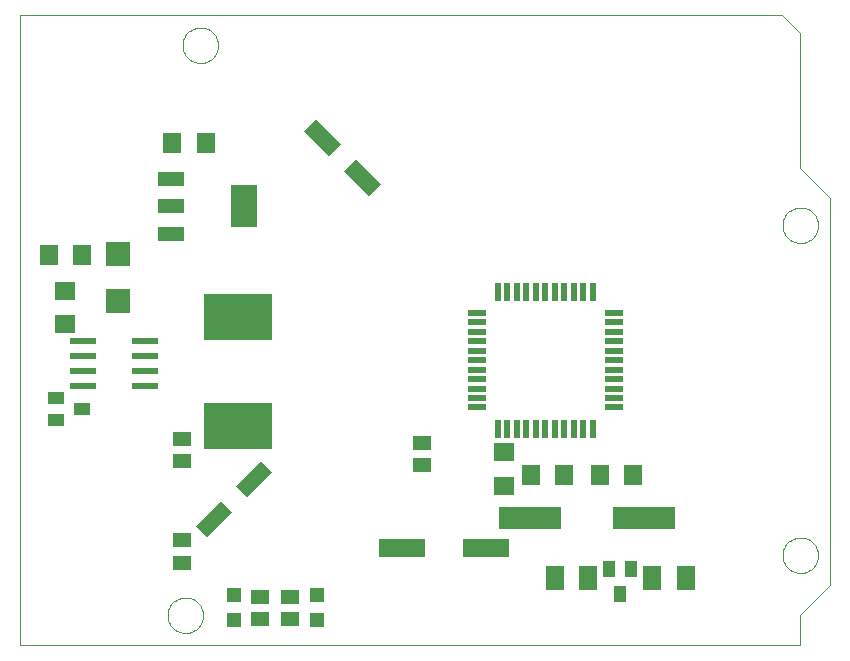
<source format=gtp>
G75*
G70*
%OFA0B0*%
%FSLAX24Y24*%
%IPPOS*%
%LPD*%
%AMOC8*
5,1,8,0,0,1.08239X$1,22.5*
%
%ADD10C,0.0000*%
%ADD11R,0.2100X0.0760*%
%ADD12R,0.0197X0.0591*%
%ADD13R,0.0591X0.0197*%
%ADD14R,0.0630X0.0709*%
%ADD15R,0.0709X0.0630*%
%ADD16R,0.0630X0.0787*%
%ADD17R,0.0472X0.0472*%
%ADD18R,0.0630X0.0512*%
%ADD19R,0.0870X0.0240*%
%ADD20R,0.0787X0.0787*%
%ADD21R,0.1181X0.0551*%
%ADD22R,0.2299X0.1551*%
%ADD23R,0.0880X0.0480*%
%ADD24R,0.0866X0.1417*%
%ADD25R,0.0551X0.0394*%
%ADD26R,0.0394X0.0551*%
%ADD27R,0.1575X0.0630*%
D10*
X000500Y000500D02*
X000500Y021500D01*
X025900Y021500D01*
X026500Y020900D01*
X026500Y016400D01*
X027500Y015400D01*
X027500Y002500D01*
X026500Y001500D01*
X026500Y000500D01*
X000500Y000500D01*
X005409Y001500D02*
X005411Y001548D01*
X005417Y001596D01*
X005427Y001643D01*
X005440Y001689D01*
X005458Y001734D01*
X005478Y001778D01*
X005503Y001820D01*
X005531Y001859D01*
X005561Y001896D01*
X005595Y001930D01*
X005632Y001962D01*
X005670Y001991D01*
X005711Y002016D01*
X005754Y002038D01*
X005799Y002056D01*
X005845Y002070D01*
X005892Y002081D01*
X005940Y002088D01*
X005988Y002091D01*
X006036Y002090D01*
X006084Y002085D01*
X006132Y002076D01*
X006178Y002064D01*
X006223Y002047D01*
X006267Y002027D01*
X006309Y002004D01*
X006349Y001977D01*
X006387Y001947D01*
X006422Y001914D01*
X006454Y001878D01*
X006484Y001840D01*
X006510Y001799D01*
X006532Y001756D01*
X006552Y001712D01*
X006567Y001667D01*
X006579Y001620D01*
X006587Y001572D01*
X006591Y001524D01*
X006591Y001476D01*
X006587Y001428D01*
X006579Y001380D01*
X006567Y001333D01*
X006552Y001288D01*
X006532Y001244D01*
X006510Y001201D01*
X006484Y001160D01*
X006454Y001122D01*
X006422Y001086D01*
X006387Y001053D01*
X006349Y001023D01*
X006309Y000996D01*
X006267Y000973D01*
X006223Y000953D01*
X006178Y000936D01*
X006132Y000924D01*
X006084Y000915D01*
X006036Y000910D01*
X005988Y000909D01*
X005940Y000912D01*
X005892Y000919D01*
X005845Y000930D01*
X005799Y000944D01*
X005754Y000962D01*
X005711Y000984D01*
X005670Y001009D01*
X005632Y001038D01*
X005595Y001070D01*
X005561Y001104D01*
X005531Y001141D01*
X005503Y001180D01*
X005478Y001222D01*
X005458Y001266D01*
X005440Y001311D01*
X005427Y001357D01*
X005417Y001404D01*
X005411Y001452D01*
X005409Y001500D01*
X025909Y003500D02*
X025911Y003548D01*
X025917Y003596D01*
X025927Y003643D01*
X025940Y003689D01*
X025958Y003734D01*
X025978Y003778D01*
X026003Y003820D01*
X026031Y003859D01*
X026061Y003896D01*
X026095Y003930D01*
X026132Y003962D01*
X026170Y003991D01*
X026211Y004016D01*
X026254Y004038D01*
X026299Y004056D01*
X026345Y004070D01*
X026392Y004081D01*
X026440Y004088D01*
X026488Y004091D01*
X026536Y004090D01*
X026584Y004085D01*
X026632Y004076D01*
X026678Y004064D01*
X026723Y004047D01*
X026767Y004027D01*
X026809Y004004D01*
X026849Y003977D01*
X026887Y003947D01*
X026922Y003914D01*
X026954Y003878D01*
X026984Y003840D01*
X027010Y003799D01*
X027032Y003756D01*
X027052Y003712D01*
X027067Y003667D01*
X027079Y003620D01*
X027087Y003572D01*
X027091Y003524D01*
X027091Y003476D01*
X027087Y003428D01*
X027079Y003380D01*
X027067Y003333D01*
X027052Y003288D01*
X027032Y003244D01*
X027010Y003201D01*
X026984Y003160D01*
X026954Y003122D01*
X026922Y003086D01*
X026887Y003053D01*
X026849Y003023D01*
X026809Y002996D01*
X026767Y002973D01*
X026723Y002953D01*
X026678Y002936D01*
X026632Y002924D01*
X026584Y002915D01*
X026536Y002910D01*
X026488Y002909D01*
X026440Y002912D01*
X026392Y002919D01*
X026345Y002930D01*
X026299Y002944D01*
X026254Y002962D01*
X026211Y002984D01*
X026170Y003009D01*
X026132Y003038D01*
X026095Y003070D01*
X026061Y003104D01*
X026031Y003141D01*
X026003Y003180D01*
X025978Y003222D01*
X025958Y003266D01*
X025940Y003311D01*
X025927Y003357D01*
X025917Y003404D01*
X025911Y003452D01*
X025909Y003500D01*
X025909Y014500D02*
X025911Y014548D01*
X025917Y014596D01*
X025927Y014643D01*
X025940Y014689D01*
X025958Y014734D01*
X025978Y014778D01*
X026003Y014820D01*
X026031Y014859D01*
X026061Y014896D01*
X026095Y014930D01*
X026132Y014962D01*
X026170Y014991D01*
X026211Y015016D01*
X026254Y015038D01*
X026299Y015056D01*
X026345Y015070D01*
X026392Y015081D01*
X026440Y015088D01*
X026488Y015091D01*
X026536Y015090D01*
X026584Y015085D01*
X026632Y015076D01*
X026678Y015064D01*
X026723Y015047D01*
X026767Y015027D01*
X026809Y015004D01*
X026849Y014977D01*
X026887Y014947D01*
X026922Y014914D01*
X026954Y014878D01*
X026984Y014840D01*
X027010Y014799D01*
X027032Y014756D01*
X027052Y014712D01*
X027067Y014667D01*
X027079Y014620D01*
X027087Y014572D01*
X027091Y014524D01*
X027091Y014476D01*
X027087Y014428D01*
X027079Y014380D01*
X027067Y014333D01*
X027052Y014288D01*
X027032Y014244D01*
X027010Y014201D01*
X026984Y014160D01*
X026954Y014122D01*
X026922Y014086D01*
X026887Y014053D01*
X026849Y014023D01*
X026809Y013996D01*
X026767Y013973D01*
X026723Y013953D01*
X026678Y013936D01*
X026632Y013924D01*
X026584Y013915D01*
X026536Y013910D01*
X026488Y013909D01*
X026440Y013912D01*
X026392Y013919D01*
X026345Y013930D01*
X026299Y013944D01*
X026254Y013962D01*
X026211Y013984D01*
X026170Y014009D01*
X026132Y014038D01*
X026095Y014070D01*
X026061Y014104D01*
X026031Y014141D01*
X026003Y014180D01*
X025978Y014222D01*
X025958Y014266D01*
X025940Y014311D01*
X025927Y014357D01*
X025917Y014404D01*
X025911Y014452D01*
X025909Y014500D01*
X005909Y020500D02*
X005911Y020548D01*
X005917Y020596D01*
X005927Y020643D01*
X005940Y020689D01*
X005958Y020734D01*
X005978Y020778D01*
X006003Y020820D01*
X006031Y020859D01*
X006061Y020896D01*
X006095Y020930D01*
X006132Y020962D01*
X006170Y020991D01*
X006211Y021016D01*
X006254Y021038D01*
X006299Y021056D01*
X006345Y021070D01*
X006392Y021081D01*
X006440Y021088D01*
X006488Y021091D01*
X006536Y021090D01*
X006584Y021085D01*
X006632Y021076D01*
X006678Y021064D01*
X006723Y021047D01*
X006767Y021027D01*
X006809Y021004D01*
X006849Y020977D01*
X006887Y020947D01*
X006922Y020914D01*
X006954Y020878D01*
X006984Y020840D01*
X007010Y020799D01*
X007032Y020756D01*
X007052Y020712D01*
X007067Y020667D01*
X007079Y020620D01*
X007087Y020572D01*
X007091Y020524D01*
X007091Y020476D01*
X007087Y020428D01*
X007079Y020380D01*
X007067Y020333D01*
X007052Y020288D01*
X007032Y020244D01*
X007010Y020201D01*
X006984Y020160D01*
X006954Y020122D01*
X006922Y020086D01*
X006887Y020053D01*
X006849Y020023D01*
X006809Y019996D01*
X006767Y019973D01*
X006723Y019953D01*
X006678Y019936D01*
X006632Y019924D01*
X006584Y019915D01*
X006536Y019910D01*
X006488Y019909D01*
X006440Y019912D01*
X006392Y019919D01*
X006345Y019930D01*
X006299Y019944D01*
X006254Y019962D01*
X006211Y019984D01*
X006170Y020009D01*
X006132Y020038D01*
X006095Y020070D01*
X006061Y020104D01*
X006031Y020141D01*
X006003Y020180D01*
X005978Y020222D01*
X005958Y020266D01*
X005940Y020311D01*
X005927Y020357D01*
X005917Y020404D01*
X005911Y020452D01*
X005909Y020500D01*
D11*
X017475Y004750D03*
X021275Y004750D03*
D12*
X019575Y007717D03*
X019260Y007717D03*
X018945Y007717D03*
X018630Y007717D03*
X018315Y007717D03*
X018000Y007717D03*
X017685Y007717D03*
X017370Y007717D03*
X017055Y007717D03*
X016740Y007717D03*
X016425Y007717D03*
X016425Y012283D03*
X016740Y012283D03*
X017055Y012283D03*
X017370Y012283D03*
X017685Y012283D03*
X018000Y012283D03*
X018315Y012283D03*
X018630Y012283D03*
X018945Y012283D03*
X019260Y012283D03*
X019575Y012283D03*
D13*
X020283Y011575D03*
X020283Y011260D03*
X020283Y010945D03*
X020283Y010630D03*
X020283Y010315D03*
X020283Y010000D03*
X020283Y009685D03*
X020283Y009370D03*
X020283Y009055D03*
X020283Y008740D03*
X020283Y008425D03*
X015717Y008425D03*
X015717Y008740D03*
X015717Y009055D03*
X015717Y009370D03*
X015717Y009685D03*
X015717Y010000D03*
X015717Y010315D03*
X015717Y010630D03*
X015717Y010945D03*
X015717Y011260D03*
X015717Y011575D03*
D14*
X017511Y006188D03*
X018614Y006188D03*
X019824Y006188D03*
X020926Y006188D03*
X006676Y017250D03*
X005574Y017250D03*
X002551Y013500D03*
X001449Y013500D03*
D15*
X002000Y012301D03*
X002000Y011199D03*
X016625Y006926D03*
X016625Y005824D03*
D16*
X018324Y002750D03*
X019426Y002750D03*
X021574Y002750D03*
X022676Y002750D03*
D17*
X010375Y002163D03*
X010375Y001337D03*
X007625Y001337D03*
X007625Y002163D03*
D18*
X008500Y002124D03*
X008500Y001376D03*
X009500Y001376D03*
X009500Y002124D03*
X005875Y003251D03*
X005875Y003999D03*
X005875Y006626D03*
X005875Y007374D03*
X013875Y007249D03*
X013875Y006501D03*
D19*
X004655Y009125D03*
X004655Y009625D03*
X004655Y010125D03*
X004655Y010625D03*
X002595Y010625D03*
X002595Y010125D03*
X002595Y009625D03*
X002595Y009125D03*
D20*
X003750Y011963D03*
X003750Y013537D03*
D21*
G36*
X010804Y016807D02*
X009971Y017640D01*
X010360Y018029D01*
X011193Y017196D01*
X010804Y016807D01*
G37*
G36*
X012140Y015471D02*
X011307Y016304D01*
X011696Y016693D01*
X012529Y015860D01*
X012140Y015471D01*
G37*
G36*
X008904Y006265D02*
X008071Y005432D01*
X007682Y005821D01*
X008515Y006654D01*
X008904Y006265D01*
G37*
G36*
X007568Y004929D02*
X006735Y004096D01*
X006346Y004485D01*
X007179Y005318D01*
X007568Y004929D01*
G37*
D22*
X007750Y007824D03*
X007750Y011426D03*
D23*
X005530Y014215D03*
X005530Y015125D03*
X005530Y016035D03*
D24*
X007970Y015125D03*
D25*
X001692Y008749D03*
X001692Y008001D03*
X002558Y008375D03*
D26*
X020126Y003058D03*
X020874Y003058D03*
X020500Y002192D03*
D27*
X016023Y003750D03*
X013227Y003750D03*
M02*

</source>
